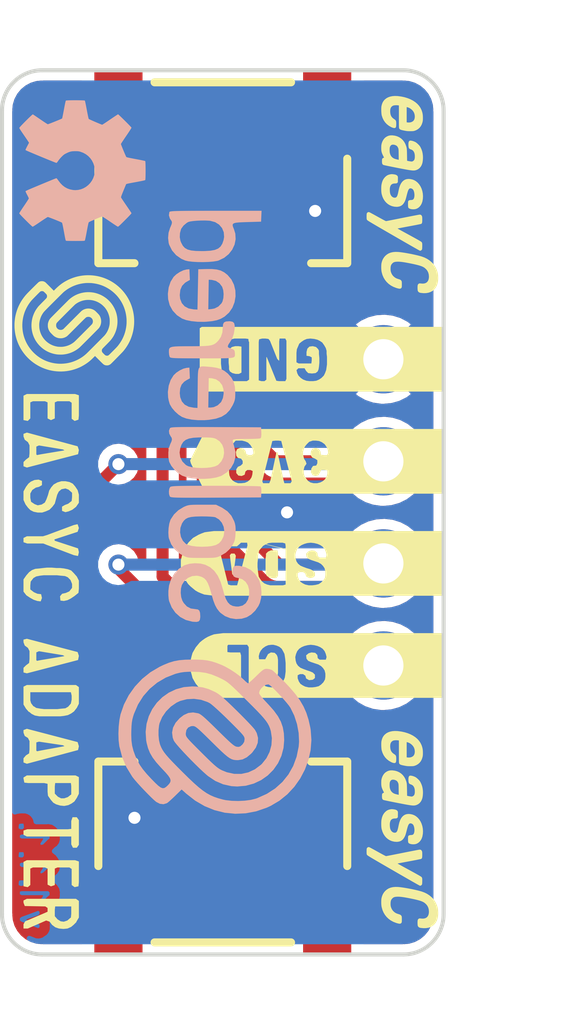
<source format=kicad_pcb>
(kicad_pcb (version 20210623) (generator pcbnew)
  (title_block (title "easyC adapter") (date "2021-07-12") (rev "V1.1.1.") (company "SOLDERED") (comment 1 "333015"))
  (layers (0 "F.Cu" signal) (31 "B.Cu" signal) (34 "B.Paste" user) (35 "F.Paste" user) (36 "B.SilkS" user "B.Silkscreen") (37 "F.SilkS" user "F.Silkscreen") (38 "B.Mask" user) (39 "F.Mask" user) (44 "Edge.Cuts" user))
  (net 0 "")
  (net 1 "GND")
  (net 2 "3V3")
  (net 3 "SDA")
  (net 4 "SCL")
  (footprint "buzzardLabel" (layer "F.Cu") (at 157.09 119.88 180)
    (fp_text reference "" (at 0 0) (layer "F.SilkS") (effects (font (size 1.27 1.27))))
    (fp_text value "" (at 0 0) (layer "F.SilkS") (effects (font (size 1.27 1.27))))
  )
  (footprint "e-radionica.com footprinti:easyC-connector" (layer "F.Cu") (at 151.19 131.59 180)
    (fp_text reference "K2")
    (fp_text value "easyC-SMD")
    (pad "1" smd rect locked (at -1.5 2.15 180) (size 0.6 1.55) (layers "F.Cu" "F.Paste" "F.Mask") (net 4 "SCL"))
    (pad "2" smd rect locked (at -0.5 2.15 180) (size 0.6 1.55) (layers "F.Cu" "F.Paste" "F.Mask") (net 3 "SDA"))
    (pad "3" smd rect locked (at 0.5 2.15 180) (size 0.6 1.55) (layers "F.Cu" "F.Paste" "F.Mask") (net 2 "3V3"))
    (pad "4" smd rect locked (at 1.5 2.15 180) (size 0.6 1.55) (layers "F.Cu" "F.Paste" "F.Mask") (net 1 "GND"))
    (pad "5" smd rect locked (at -2.6 -2.15 180) (size 1.2 1.8) (layers "F.Cu" "F.Paste" "F.Mask") (net 1 "GND"))
    (pad "5" smd rect locked (at 2.6 -2.15 180) (size 1.2 1.8) (layers "F.Cu" "F.Paste" "F.Mask") (net 1 "GND"))
  )
  (footprint "Soldered Graphics:Logo-Back-SolderedFULL-15mm" (layer "F.Cu") (at 150.99 123.69 -90)
    (fp_text reference "REF**" hide)
    (fp_text value "Logo-Front-SolderedFULL-15mm" hide)
  )
  (footprint "buzzardLabel" (layer "F.Cu") (at 157.09 124.96 180)
    (fp_text reference "" (at 0 0) (layer "F.SilkS") (effects (font (size 1.27 1.27))))
    (fp_text value "" (at 0 0) (layer "F.SilkS") (effects (font (size 1.27 1.27))))
  )
  (footprint "Soldered Graphics:Logo-Front-easyC-5mm" (layer "F.Cu") (at 155.69 115.79 -90)
    (fp_text reference "G***" hide)
    (fp_text value "LOGO" hide)
  )
  (footprint "Soldered Graphics:Logo-Front-Soldered-3mm" (layer "F.Cu") (at 147.49 118.99 -90)
    (fp_text reference "G***" hide)
    (fp_text value "LOGO" hide)
  )
  (footprint "e-radionica.com footprinti:easyC-connector" (layer "F.Cu") (at 151.19 115.79)
    (fp_text reference "K1")
    (fp_text value "easyC-SMD")
    (pad "1" smd rect locked (at -1.5 2.15) (size 0.6 1.55) (layers "F.Cu" "F.Paste" "F.Mask") (net 4 "SCL"))
    (pad "2" smd rect locked (at -0.5 2.15) (size 0.6 1.55) (layers "F.Cu" "F.Paste" "F.Mask") (net 3 "SDA"))
    (pad "3" smd rect locked (at 0.5 2.15) (size 0.6 1.55) (layers "F.Cu" "F.Paste" "F.Mask") (net 2 "3V3"))
    (pad "4" smd rect locked (at 1.5 2.15) (size 0.6 1.55) (layers "F.Cu" "F.Paste" "F.Mask") (net 1 "GND"))
    (pad "5" smd rect locked (at 2.6 -2.15) (size 1.2 1.8) (layers "F.Cu" "F.Paste" "F.Mask") (net 1 "GND"))
    (pad "5" smd rect locked (at -2.6 -2.15) (size 1.2 1.8) (layers "F.Cu" "F.Paste" "F.Mask") (net 1 "GND"))
  )
  (footprint "e-radionica.com footprinti:FIDUCIAL_23" (layer "F.Cu") (at 151.19 132.79 -90)
    (fp_text reference "FD1")
    (fp_text value "FIDUCIAL")
    (fp_circle (center 0 0) (end 1 0) (layer "F.Cu") (width 0.2) (fill none))
    (pad "1" smd circle (at 0 0 270) (size 1 1) (layers "F.Cu" "F.Paste" "F.Mask") (clearance 1.1))
  )
  (footprint "buzzardLabel" (layer "F.Cu") (at 157.09 122.42 180)
    (fp_text reference "" (at 0 0) (layer "F.SilkS") (effects (font (size 1.27 1.27))))
    (fp_text value "" (at 0 0) (layer "F.SilkS") (effects (font (size 1.27 1.27))))
  )
  (footprint "buzzardLabel" (layer "F.Cu") (at 157.09 127.5 180)
    (fp_text reference "" (at 0 0) (layer "F.SilkS") (effects (font (size 1.27 1.27))))
    (fp_text value "" (at 0 0) (layer "F.SilkS") (effects (font (size 1.27 1.27))))
  )
  (footprint "buzzardLabel" (layer "F.Cu") (at 146.89 127.39 -90)
    (fp_text reference "" (at 0 0 90) (layer "F.SilkS") (effects (font (size 1.27 1.27))))
    (fp_text value "" (at 0 0 90) (layer "F.SilkS") (effects (font (size 1.27 1.27))))
  )
  (footprint "Soldered Graphics:Logo-Front-easyC-5mm" (layer "F.Cu") (at 155.69 131.59 -90)
    (fp_text reference "G***" hide)
    (fp_text value "LOGO" hide)
  )
  (footprint "Soldered Graphics:Logo-Back-OSH-3.5mm" (layer "F.Cu") (at 147.69 115.19 -90)
    (fp_text reference "G***" hide)
    (fp_text value "LOGO" hide)
  )
  (footprint "Soldered Graphics:Version1.1.1." (layer "B.Cu") (at 146.49 132.69 90)
    (fp_text reference "REF**" hide)
    (fp_text value "Version1.1.1." hide)
    (fp_poly (pts (xy 0.21 -0.35) (xy 0.26 -0.35) (xy 0.28 -0.31) (xy 0.28 0.35) (xy 0.24 0.38) (xy 0.19 0.38) (xy 0.15 0.34) (xy 0.04 0.22) (xy 0.02 0.17) (xy 0.05 0.16) (xy 0.14 0.22) (xy 0.18 0.23) (xy 0.18 -0.31) (xy 0.21 -0.35)) (layer "B.Cu") (width 0.01) (fill solid))
    (fp_poly (pts (xy 1.14 -0.38) (xy 1.19 -0.38) (xy 1.24 -0.37) (xy 1.25 -0.33) (xy 1.25 -0.27) (xy 1.2 -0.26) (xy 1.15 -0.26) (xy 1.12 -0.29) (xy 1.12 -0.34) (xy 1.14 -0.38)) (layer "B.Cu") (width 0.01) (fill solid))
    (fp_poly (pts (xy 0.91 -0.35) (xy 0.96 -0.35) (xy 0.98 -0.31) (xy 0.98 0.35) (xy 0.95 0.38) (xy 0.89 0.38) (xy 0.86 0.34) (xy 0.74 0.22) (xy 0.73 0.17) (xy 0.76 0.16) (xy 0.85 0.22) (xy 0.89 0.23) (xy 0.89 -0.31) (xy 0.91 -0.35)) (layer "B.Cu") (width 0.01) (fill solid))
    (fp_poly (pts (xy 0.43 -0.38) (xy 0.48 -0.38) (xy 0.54 -0.37) (xy 0.54 -0.33) (xy 0.54 -0.27) (xy 0.5 -0.26) (xy 0.45 -0.26) (xy 0.42 -0.29) (xy 0.42 -0.34) (xy 0.43 -0.38)) (layer "B.Cu") (width 0.01) (fill solid))
    (fp_poly (pts (xy -1.15 -0.35) (xy -1.1 -0.35) (xy -1.07 -0.31) (xy -0.92 0.1) (xy -0.94 0.13) (xy -0.99 0.13) (xy -1.02 0.1) (xy -1.11 -0.16) (xy -1.13 -0.21) (xy -1.15 -0.17) (xy -1.24 0.09) (xy -1.26 0.13) (xy -1.32 0.13) (xy -1.34 0.1) (xy -1.18 -0.31) (xy -1.15 -0.35)) (layer "B.Cu") (width 0.01) (fill solid))
    (fp_poly (pts (xy -0.27 -0.38) (xy -0.22 -0.38) (xy -0.17 -0.37) (xy -0.16 -0.33) (xy -0.16 -0.27) (xy -0.21 -0.26) (xy -0.26 -0.26) (xy -0.29 -0.29) (xy -0.29 -0.34) (xy -0.27 -0.38)) (layer "B.Cu") (width 0.01) (fill solid))
    (fp_poly (pts (xy -0.5 -0.35) (xy -0.44 -0.35) (xy -0.43 -0.31) (xy -0.43 0.35) (xy -0.46 0.38) (xy -0.52 0.38) (xy -0.55 0.34) (xy -0.67 0.22) (xy -0.68 0.17) (xy -0.65 0.16) (xy -0.56 0.22) (xy -0.52 0.23) (xy -0.52 -0.31) (xy -0.5 -0.35)) (layer "B.Cu") (width 0.01) (fill solid))
  )
  (footprint "e-radionica.com footprinti:HEADER_MALE_4X1" (layer "B.Cu") (at 155.19 123.69 -90)
    (fp_text reference "K3")
    (fp_text value "HEADER_MALE_4X1")
    (pad "1" thru_hole circle locked (at -3.81 0 270) (size 1.7 1.7) (drill 1) (layers *.Cu *.Mask) (net 1 "GND"))
    (pad "2" thru_hole circle locked (at -1.27 0 270) (size 1.7 1.7) (drill 1) (layers *.Cu *.Mask) (net 2 "3V3"))
    (pad "3" thru_hole circle locked (at 1.27 0 270) (size 1.7 1.7) (drill 1) (layers *.Cu *.Mask) (net 3 "SDA"))
    (pad "4" thru_hole circle locked (at 3.81 0 270) (size 1.7 1.7) (drill 1) (layers *.Cu *.Mask) (net 4 "SCL"))
  )
  (gr_line (start 155.69 112.69) (end 146.69 112.69) (layer "Edge.Cuts") (width 0.1))
  (gr_arc (start 155.69 113.69) (end 156.69 113.69) (angle -90) (layer "Edge.Cuts") (width 0.1))
  (gr_arc (start 146.69 113.69) (end 145.69 113.69) (angle 90) (layer "Edge.Cuts") (width 0.1))
  (gr_line (start 156.69 133.69) (end 156.69 113.69) (layer "Edge.Cuts") (width 0.1))
  (gr_arc (start 155.69 133.69) (end 156.69 133.69) (angle 90) (layer "Edge.Cuts") (width 0.1))
  (gr_line (start 146.69 134.69) (end 155.69 134.69) (layer "Edge.Cuts") (width 0.1))
  (gr_arc (start 146.69 133.69) (end 145.69 133.69) (angle -90) (layer "Edge.Cuts") (width 0.1))
  (gr_line (start 145.69 113.69) (end 145.69 133.69) (layer "Edge.Cuts") (width 0.1))
  (via (at 152.79 123.69) (size 0.5) (drill 0.3) (layers "F.Cu" "B.Cu") (net 1))
  (via (at 153.49 116.19) (size 0.5) (drill 0.3) (layers "F.Cu" "B.Cu") (net 1))
  (via (at 148.99 131.29) (size 0.5) (drill 0.3) (layers "F.Cu" "B.Cu") (net 1))
  (segment (start 147.79 123.29) (end 147.79 125.49) (width 0.3) (layer "F.Cu") (net 2))
  (segment (start 151.69 121.59) (end 152.52 122.42) (width 0.3) (layer "F.Cu") (net 2))
  (segment (start 150.69 128.39) (end 150.69 129.44) (width 0.3) (layer "F.Cu") (net 2))
  (segment (start 148.59 122.49) (end 147.79 123.29) (width 0.3) (layer "F.Cu") (net 2))
  (segment (start 152.52 122.42) (end 155.19 122.42) (width 0.3) (layer "F.Cu") (net 2))
  (segment (start 147.79 125.49) (end 150.69 128.39) (width 0.3) (layer "F.Cu") (net 2))
  (segment (start 151.69 117.94) (end 151.69 121.59) (width 0.3) (layer "F.Cu") (net 2))
  (via (at 148.59 122.49) (size 0.5) (drill 0.3) (layers "F.Cu" "B.Cu") (net 2))
  (segment (start 155.12 122.49) (end 155.19 122.42) (width 0.3) (layer "B.Cu") (net 2))
  (segment (start 148.59 122.49) (end 155.12 122.49) (width 0.3) (layer "B.Cu") (net 2))
  (segment (start 148.59 125.09) (end 151.69 128.19) (width 0.3) (layer "F.Cu") (net 3))
  (segment (start 155.16 124.99) (end 155.19 124.96) (width 0.3) (layer "F.Cu") (net 3))
  (segment (start 150.69 117.94) (end 150.69 123.09) (width 0.3) (layer "F.Cu") (net 3))
  (segment (start 151.69 128.19) (end 151.69 129.44) (width 0.3) (layer "F.Cu") (net 3))
  (segment (start 150.69 123.09) (end 152.59 124.99) (width 0.3) (layer "F.Cu") (net 3))
  (segment (start 152.59 124.99) (end 155.16 124.99) (width 0.3) (layer "F.Cu") (net 3))
  (segment (start 148.59 124.99) (end 148.59 125.09) (width 0.3) (layer "F.Cu") (net 3))
  (via (at 148.59 124.99) (size 0.5) (drill 0.3) (layers "F.Cu" "B.Cu") (net 3))
  (segment (start 148.59 124.99) (end 155.16 124.99) (width 0.3) (layer "B.Cu") (net 3))
  (segment (start 155.16 124.99) (end 155.19 124.96) (width 0.3) (layer "B.Cu") (net 3))
  (segment (start 149.69 125.29) (end 151.9 127.5) (width 0.3) (layer "F.Cu") (net 4))
  (segment (start 152.69 128.49) (end 153.68 127.5) (width 0.3) (layer "F.Cu") (net 4))
  (segment (start 149.69 117.94) (end 149.69 125.29) (width 0.3) (layer "F.Cu") (net 4))
  (segment (start 153.68 127.5) (end 155.19 127.5) (width 0.3) (layer "F.Cu") (net 4))
  (segment (start 152.69 129.44) (end 152.69 128.49) (width 0.3) (layer "F.Cu") (net 4))
  (segment (start 151.9 127.5) (end 153.68 127.5) (width 0.3) (layer "F.Cu") (net 4))
  (zone (net 1) (net_name "GND") (layers F&B.Cu) (connect_pads (clearance 0.254)) (min_thickness 0.127) (fill yes (thermal_gap 0.254) (thermal_bridge_width 0.254))
    (polygon (pts (xy 145.69 134.69) (xy 145.69 112.69) (xy 156.69 112.69) (xy 156.69 134.69)))
  )
)
</source>
